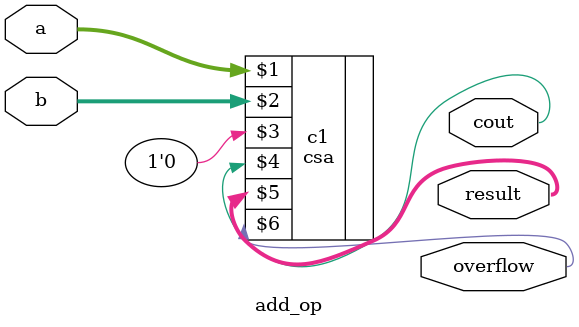
<source format=v>
module add_op(a,b,cout,result,overflow);
   input [31:0] a, b;
   output [31:0] result;
   output cout, overflow;
	
   csa c1(a,b,1'b0,cout,result,overflow);
	
endmodule

</source>
